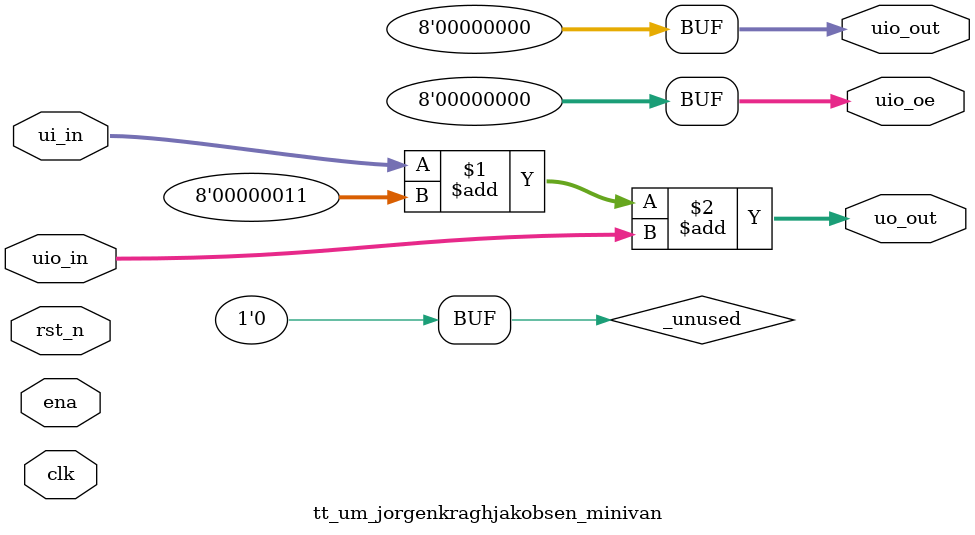
<source format=v>
/*
 * Copyright (c) 2024 Your Name
 * SPDX-License-Identifier: Apache-2.0
 */

`default_nettype none

module tt_um_jorgenkraghjakobsen_minivan (
    input  wire [7:0] ui_in,    // Dedicated inputs
    output wire [7:0] uo_out,   // Dedicated outputs
    input  wire [7:0] uio_in,   // IOs: Input path
    output wire [7:0] uio_out,  // IOs: Output path
    output wire [7:0] uio_oe,   // IOs: Enable path (active high: 0=input, 1=output)
    input  wire       ena,      // always 1 when the design is powered, so you can ignore it
    input  wire       clk,      // clock
    input  wire       rst_n     // reset_n - low to reset
);

  // All output pins must be assigned. If not used, assign to 0.
  assign uo_out  = ui_in + 8'b0011 +uio_in;  // Example: ou_out is the sum of ui_in and uio_in
  assign uio_out = 0;
  // All output enable pins must be assigned. If not used, assign to 0.
  assign uio_oe  = 0;

  // List all unused inputs to prevent warnings
  wire _unused = &{ena, clk, rst_n, 1'b0};

endmodule

</source>
